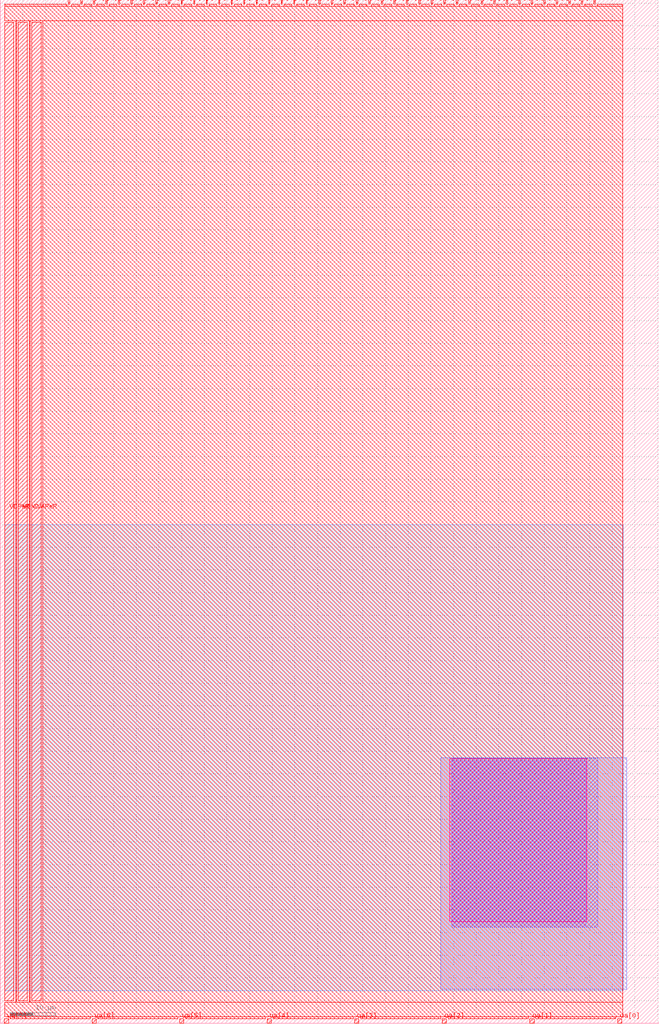
<source format=lef>
MACRO tt_um_emilian_opamp_3v3
  CLASS BLOCK ;
  FOREIGN tt_um_emilian_opamp_3v3 ;
  ORIGIN 0.000 0.000 ;
  SIZE 145.360 BY 225.760 ;
  PIN clk
    DIRECTION INPUT ;
    USE SIGNAL ;
    PORT
      LAYER met4 ;
        RECT 128.190 224.760 128.490 225.760 ;
    END
  END clk
  PIN ena
    DIRECTION INPUT ;
    USE SIGNAL ;
    PORT
      LAYER met4 ;
        RECT 130.950 224.760 131.250 225.760 ;
    END
  END ena
  PIN rst_n
    DIRECTION INPUT ;
    USE SIGNAL ;
    PORT
      LAYER met4 ;
        RECT 125.430 224.760 125.730 225.760 ;
    END
  END rst_n
  PIN ua[0]
    DIRECTION INOUT ;
    USE SIGNAL ;
    ANTENNADIFFAREA 8.120000 ;
    PORT
      LAYER met4 ;
        RECT 136.170 0.000 137.070 1.000 ;
    END
  END ua[0]
  PIN ua[1]
    DIRECTION INOUT ;
    USE SIGNAL ;
    ANTENNAGATEAREA 8.000000 ;
    PORT
      LAYER met4 ;
        RECT 116.850 0.000 117.750 1.000 ;
    END
  END ua[1]
  PIN ua[2]
    DIRECTION INOUT ;
    USE SIGNAL ;
    ANTENNAGATEAREA 8.000000 ;
    PORT
      LAYER met4 ;
        RECT 97.530 0.000 98.430 1.000 ;
    END
  END ua[2]
  PIN ua[3]
    DIRECTION INOUT ;
    USE SIGNAL ;
    PORT
      LAYER met4 ;
        RECT 78.210 0.000 79.110 1.000 ;
    END
  END ua[3]
  PIN ua[4]
    DIRECTION INOUT ;
    USE SIGNAL ;
    PORT
      LAYER met4 ;
        RECT 58.890 0.000 59.790 1.000 ;
    END
  END ua[4]
  PIN ua[5]
    DIRECTION INOUT ;
    USE SIGNAL ;
    PORT
      LAYER met4 ;
        RECT 39.570 0.000 40.470 1.000 ;
    END
  END ua[5]
  PIN ua[6]
    DIRECTION INOUT ;
    USE SIGNAL ;
    PORT
      LAYER met4 ;
        RECT 20.250 0.000 21.150 1.000 ;
    END
  END ua[6]
  PIN ua[7]
    DIRECTION INOUT ;
    USE SIGNAL ;
    PORT
      LAYER met4 ;
        RECT 0.930 0.000 1.830 1.000 ;
    END
  END ua[7]
  PIN ui_in[0]
    DIRECTION INPUT ;
    USE SIGNAL ;
    ANTENNAGATEAREA 2.000000 ;
    PORT
      LAYER met4 ;
        RECT 122.670 224.760 122.970 225.760 ;
    END
  END ui_in[0]
  PIN ui_in[1]
    DIRECTION INPUT ;
    USE SIGNAL ;
    ANTENNAGATEAREA 3.500000 ;
    PORT
      LAYER met4 ;
        RECT 119.910 224.760 120.210 225.760 ;
    END
  END ui_in[1]
  PIN ui_in[2]
    DIRECTION INPUT ;
    USE SIGNAL ;
    PORT
      LAYER met4 ;
        RECT 117.150 224.760 117.450 225.760 ;
    END
  END ui_in[2]
  PIN ui_in[3]
    DIRECTION INPUT ;
    USE SIGNAL ;
    PORT
      LAYER met4 ;
        RECT 114.390 224.760 114.690 225.760 ;
    END
  END ui_in[3]
  PIN ui_in[4]
    DIRECTION INPUT ;
    USE SIGNAL ;
    PORT
      LAYER met4 ;
        RECT 111.630 224.760 111.930 225.760 ;
    END
  END ui_in[4]
  PIN ui_in[5]
    DIRECTION INPUT ;
    USE SIGNAL ;
    PORT
      LAYER met4 ;
        RECT 108.870 224.760 109.170 225.760 ;
    END
  END ui_in[5]
  PIN ui_in[6]
    DIRECTION INPUT ;
    USE SIGNAL ;
    PORT
      LAYER met4 ;
        RECT 106.110 224.760 106.410 225.760 ;
    END
  END ui_in[6]
  PIN ui_in[7]
    DIRECTION INPUT ;
    USE SIGNAL ;
    PORT
      LAYER met4 ;
        RECT 103.350 224.760 103.650 225.760 ;
    END
  END ui_in[7]
  PIN uio_in[0]
    DIRECTION INPUT ;
    USE SIGNAL ;
    PORT
      LAYER met4 ;
        RECT 100.590 224.760 100.890 225.760 ;
    END
  END uio_in[0]
  PIN uio_in[1]
    DIRECTION INPUT ;
    USE SIGNAL ;
    PORT
      LAYER met4 ;
        RECT 97.830 224.760 98.130 225.760 ;
    END
  END uio_in[1]
  PIN uio_in[2]
    DIRECTION INPUT ;
    USE SIGNAL ;
    PORT
      LAYER met4 ;
        RECT 95.070 224.760 95.370 225.760 ;
    END
  END uio_in[2]
  PIN uio_in[3]
    DIRECTION INPUT ;
    USE SIGNAL ;
    PORT
      LAYER met4 ;
        RECT 92.310 224.760 92.610 225.760 ;
    END
  END uio_in[3]
  PIN uio_in[4]
    DIRECTION INPUT ;
    USE SIGNAL ;
    PORT
      LAYER met4 ;
        RECT 89.550 224.760 89.850 225.760 ;
    END
  END uio_in[4]
  PIN uio_in[5]
    DIRECTION INPUT ;
    USE SIGNAL ;
    PORT
      LAYER met4 ;
        RECT 86.790 224.760 87.090 225.760 ;
    END
  END uio_in[5]
  PIN uio_in[6]
    DIRECTION INPUT ;
    USE SIGNAL ;
    PORT
      LAYER met4 ;
        RECT 84.030 224.760 84.330 225.760 ;
    END
  END uio_in[6]
  PIN uio_in[7]
    DIRECTION INPUT ;
    USE SIGNAL ;
    PORT
      LAYER met4 ;
        RECT 81.270 224.760 81.570 225.760 ;
    END
  END uio_in[7]
  PIN uio_oe[0]
    DIRECTION OUTPUT ;
    USE SIGNAL ;
    ANTENNADIFFAREA 59.976597 ;
    PORT
      LAYER met4 ;
        RECT 34.350 224.760 34.650 225.760 ;
    END
  END uio_oe[0]
  PIN uio_oe[1]
    DIRECTION OUTPUT ;
    USE SIGNAL ;
    ANTENNADIFFAREA 59.976597 ;
    PORT
      LAYER met4 ;
        RECT 31.590 224.760 31.890 225.760 ;
    END
  END uio_oe[1]
  PIN uio_oe[2]
    DIRECTION OUTPUT ;
    USE SIGNAL ;
    ANTENNADIFFAREA 59.976597 ;
    PORT
      LAYER met4 ;
        RECT 28.830 224.760 29.130 225.760 ;
    END
  END uio_oe[2]
  PIN uio_oe[3]
    DIRECTION OUTPUT ;
    USE SIGNAL ;
    ANTENNADIFFAREA 59.976597 ;
    PORT
      LAYER met4 ;
        RECT 26.070 224.760 26.370 225.760 ;
    END
  END uio_oe[3]
  PIN uio_oe[4]
    DIRECTION OUTPUT ;
    USE SIGNAL ;
    ANTENNADIFFAREA 59.976597 ;
    PORT
      LAYER met4 ;
        RECT 23.310 224.760 23.610 225.760 ;
    END
  END uio_oe[4]
  PIN uio_oe[5]
    DIRECTION OUTPUT ;
    USE SIGNAL ;
    ANTENNADIFFAREA 59.976597 ;
    PORT
      LAYER met4 ;
        RECT 20.550 224.760 20.850 225.760 ;
    END
  END uio_oe[5]
  PIN uio_oe[6]
    DIRECTION OUTPUT ;
    USE SIGNAL ;
    ANTENNADIFFAREA 59.976597 ;
    PORT
      LAYER met4 ;
        RECT 17.790 224.760 18.090 225.760 ;
    END
  END uio_oe[6]
  PIN uio_oe[7]
    DIRECTION OUTPUT ;
    USE SIGNAL ;
    ANTENNADIFFAREA 59.976597 ;
    PORT
      LAYER met4 ;
        RECT 15.030 224.760 15.330 225.760 ;
    END
  END uio_oe[7]
  PIN uio_out[0]
    DIRECTION OUTPUT ;
    USE SIGNAL ;
    ANTENNADIFFAREA 59.976597 ;
    PORT
      LAYER met4 ;
        RECT 56.430 224.760 56.730 225.760 ;
    END
  END uio_out[0]
  PIN uio_out[1]
    DIRECTION OUTPUT ;
    USE SIGNAL ;
    ANTENNADIFFAREA 59.976597 ;
    PORT
      LAYER met4 ;
        RECT 53.670 224.760 53.970 225.760 ;
    END
  END uio_out[1]
  PIN uio_out[2]
    DIRECTION OUTPUT ;
    USE SIGNAL ;
    ANTENNADIFFAREA 59.976597 ;
    PORT
      LAYER met4 ;
        RECT 50.910 224.760 51.210 225.760 ;
    END
  END uio_out[2]
  PIN uio_out[3]
    DIRECTION OUTPUT ;
    USE SIGNAL ;
    ANTENNADIFFAREA 59.976597 ;
    PORT
      LAYER met4 ;
        RECT 48.150 224.760 48.450 225.760 ;
    END
  END uio_out[3]
  PIN uio_out[4]
    DIRECTION OUTPUT ;
    USE SIGNAL ;
    ANTENNADIFFAREA 59.976597 ;
    PORT
      LAYER met4 ;
        RECT 45.390 224.760 45.690 225.760 ;
    END
  END uio_out[4]
  PIN uio_out[5]
    DIRECTION OUTPUT ;
    USE SIGNAL ;
    ANTENNADIFFAREA 59.976597 ;
    PORT
      LAYER met4 ;
        RECT 42.630 224.760 42.930 225.760 ;
    END
  END uio_out[5]
  PIN uio_out[6]
    DIRECTION OUTPUT ;
    USE SIGNAL ;
    ANTENNADIFFAREA 59.976597 ;
    PORT
      LAYER met4 ;
        RECT 39.870 224.760 40.170 225.760 ;
    END
  END uio_out[6]
  PIN uio_out[7]
    DIRECTION OUTPUT ;
    USE SIGNAL ;
    ANTENNADIFFAREA 59.976597 ;
    PORT
      LAYER met4 ;
        RECT 37.110 224.760 37.410 225.760 ;
    END
  END uio_out[7]
  PIN uo_out[0]
    DIRECTION OUTPUT ;
    USE SIGNAL ;
    ANTENNADIFFAREA 59.976597 ;
    PORT
      LAYER met4 ;
        RECT 78.510 224.760 78.810 225.760 ;
    END
  END uo_out[0]
  PIN uo_out[1]
    DIRECTION OUTPUT ;
    USE SIGNAL ;
    ANTENNADIFFAREA 59.976597 ;
    PORT
      LAYER met4 ;
        RECT 75.750 224.760 76.050 225.760 ;
    END
  END uo_out[1]
  PIN uo_out[2]
    DIRECTION OUTPUT ;
    USE SIGNAL ;
    ANTENNADIFFAREA 59.976597 ;
    PORT
      LAYER met4 ;
        RECT 72.990 224.760 73.290 225.760 ;
    END
  END uo_out[2]
  PIN uo_out[3]
    DIRECTION OUTPUT ;
    USE SIGNAL ;
    ANTENNADIFFAREA 59.976597 ;
    PORT
      LAYER met4 ;
        RECT 70.230 224.760 70.530 225.760 ;
    END
  END uo_out[3]
  PIN uo_out[4]
    DIRECTION OUTPUT ;
    USE SIGNAL ;
    ANTENNADIFFAREA 59.976597 ;
    PORT
      LAYER met4 ;
        RECT 67.470 224.760 67.770 225.760 ;
    END
  END uo_out[4]
  PIN uo_out[5]
    DIRECTION OUTPUT ;
    USE SIGNAL ;
    ANTENNADIFFAREA 59.976597 ;
    PORT
      LAYER met4 ;
        RECT 64.710 224.760 65.010 225.760 ;
    END
  END uo_out[5]
  PIN uo_out[6]
    DIRECTION OUTPUT ;
    USE SIGNAL ;
    ANTENNADIFFAREA 59.976597 ;
    PORT
      LAYER met4 ;
        RECT 61.950 224.760 62.250 225.760 ;
    END
  END uo_out[6]
  PIN uo_out[7]
    DIRECTION OUTPUT ;
    USE SIGNAL ;
    ANTENNADIFFAREA 59.976597 ;
    PORT
      LAYER met4 ;
        RECT 59.190 224.760 59.490 225.760 ;
    END
  END uo_out[7]
  PIN VDPWR
    DIRECTION INOUT ;
    USE POWER ;
    PORT
      LAYER met4 ;
        RECT 1.000 5.000 3.000 220.760 ;
    END
  END VDPWR
  PIN VGND
    DIRECTION INOUT ;
    USE GROUND ;
    PORT
      LAYER met4 ;
        RECT 4.000 5.000 6.000 220.760 ;
    END
  END VGND
  PIN VAPWR
    DIRECTION INOUT ;
    USE POWER ;
    PORT
      LAYER met4 ;
        RECT 7.000 5.000 9.000 220.760 ;
    END
  END VAPWR
  OBS
      LAYER nwell ;
        RECT 99.200 22.400 129.380 58.320 ;
      LAYER li1 ;
        RECT 99.590 21.200 129.140 57.930 ;
      LAYER met1 ;
        RECT 99.560 21.200 131.800 58.500 ;
      LAYER met2 ;
        RECT 97.180 7.460 138.200 58.550 ;
      LAYER met3 ;
        RECT 0.960 7.215 137.370 109.930 ;
      LAYER met4 ;
        RECT 0.985 224.360 14.630 224.760 ;
        RECT 15.730 224.360 17.390 224.760 ;
        RECT 18.490 224.360 20.150 224.760 ;
        RECT 21.250 224.360 22.910 224.760 ;
        RECT 24.010 224.360 25.670 224.760 ;
        RECT 26.770 224.360 28.430 224.760 ;
        RECT 29.530 224.360 31.190 224.760 ;
        RECT 32.290 224.360 33.950 224.760 ;
        RECT 35.050 224.360 36.710 224.760 ;
        RECT 37.810 224.360 39.470 224.760 ;
        RECT 40.570 224.360 42.230 224.760 ;
        RECT 43.330 224.360 44.990 224.760 ;
        RECT 46.090 224.360 47.750 224.760 ;
        RECT 48.850 224.360 50.510 224.760 ;
        RECT 51.610 224.360 53.270 224.760 ;
        RECT 54.370 224.360 56.030 224.760 ;
        RECT 57.130 224.360 58.790 224.760 ;
        RECT 59.890 224.360 61.550 224.760 ;
        RECT 62.650 224.360 64.310 224.760 ;
        RECT 65.410 224.360 67.070 224.760 ;
        RECT 68.170 224.360 69.830 224.760 ;
        RECT 70.930 224.360 72.590 224.760 ;
        RECT 73.690 224.360 75.350 224.760 ;
        RECT 76.450 224.360 78.110 224.760 ;
        RECT 79.210 224.360 80.870 224.760 ;
        RECT 81.970 224.360 83.630 224.760 ;
        RECT 84.730 224.360 86.390 224.760 ;
        RECT 87.490 224.360 89.150 224.760 ;
        RECT 90.250 224.360 91.910 224.760 ;
        RECT 93.010 224.360 94.670 224.760 ;
        RECT 95.770 224.360 97.430 224.760 ;
        RECT 98.530 224.360 100.190 224.760 ;
        RECT 101.290 224.360 102.950 224.760 ;
        RECT 104.050 224.360 105.710 224.760 ;
        RECT 106.810 224.360 108.470 224.760 ;
        RECT 109.570 224.360 111.230 224.760 ;
        RECT 112.330 224.360 113.990 224.760 ;
        RECT 115.090 224.360 116.750 224.760 ;
        RECT 117.850 224.360 119.510 224.760 ;
        RECT 120.610 224.360 122.270 224.760 ;
        RECT 123.370 224.360 125.030 224.760 ;
        RECT 126.130 224.360 127.790 224.760 ;
        RECT 128.890 224.360 130.550 224.760 ;
        RECT 131.650 224.360 137.350 224.760 ;
        RECT 0.985 221.160 137.350 224.360 ;
        RECT 3.400 4.600 3.600 221.160 ;
        RECT 6.400 4.600 6.600 221.160 ;
        RECT 9.400 4.600 137.350 221.160 ;
        RECT 0.985 1.400 137.350 4.600 ;
        RECT 2.230 1.000 19.850 1.400 ;
        RECT 21.550 1.000 39.170 1.400 ;
        RECT 40.870 1.000 58.490 1.400 ;
        RECT 60.190 1.000 77.810 1.400 ;
        RECT 79.510 1.000 97.130 1.400 ;
        RECT 98.830 1.000 116.450 1.400 ;
        RECT 118.150 1.000 135.770 1.400 ;
  END
END tt_um_emilian_opamp_3v3
END LIBRARY


</source>
